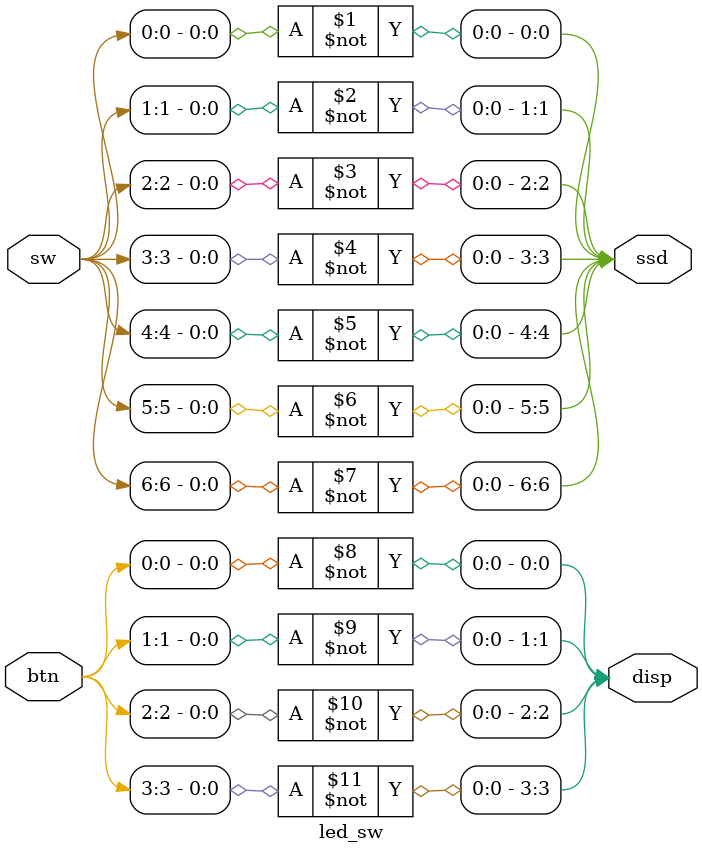
<source format=v>
`timescale 1ns/1ps
module led_sw(
    output [0:7] ssd,
    output [0:3] disp,
    
    input [0:7] sw,
    input [0:3] btn
);

assign ssd[0] = ~sw[0];
assign ssd[1] = ~sw[1];
assign ssd[2] = ~sw[2];
assign ssd[3] = ~sw[3];
assign ssd[4] = ~sw[4];
assign ssd[5] = ~sw[5];
assign ssd[6] = ~sw[6];


assign disp[0] = ~btn[0];
assign disp[1] = ~btn[1];
assign disp[2] = ~btn[2];
assign disp[3] = ~btn[3];



endmodule
</source>
